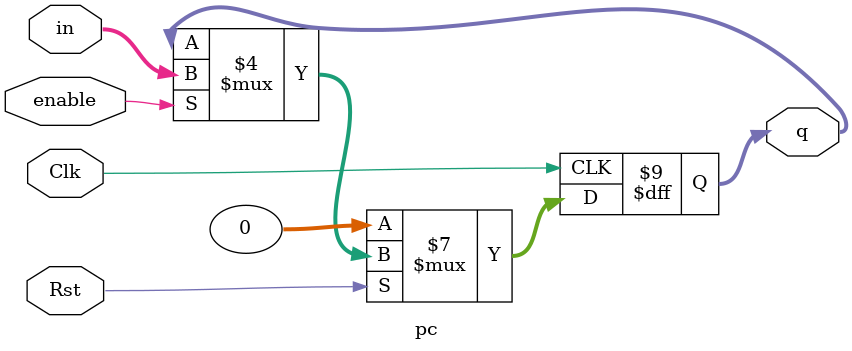
<source format=v>

module pc(
          input [31:0] in,
          output reg[31:0] q,
          input enable,
          input Clk,
          input Rst);
    
    always @(posedge Clk)
    if (Rst == 1'b0)
    begin
        q <= 32'h00000000;
    end
    else
    begin
        if (enable == 1)
        begin
            q <= in;
        end
    end
endmodule


</source>
